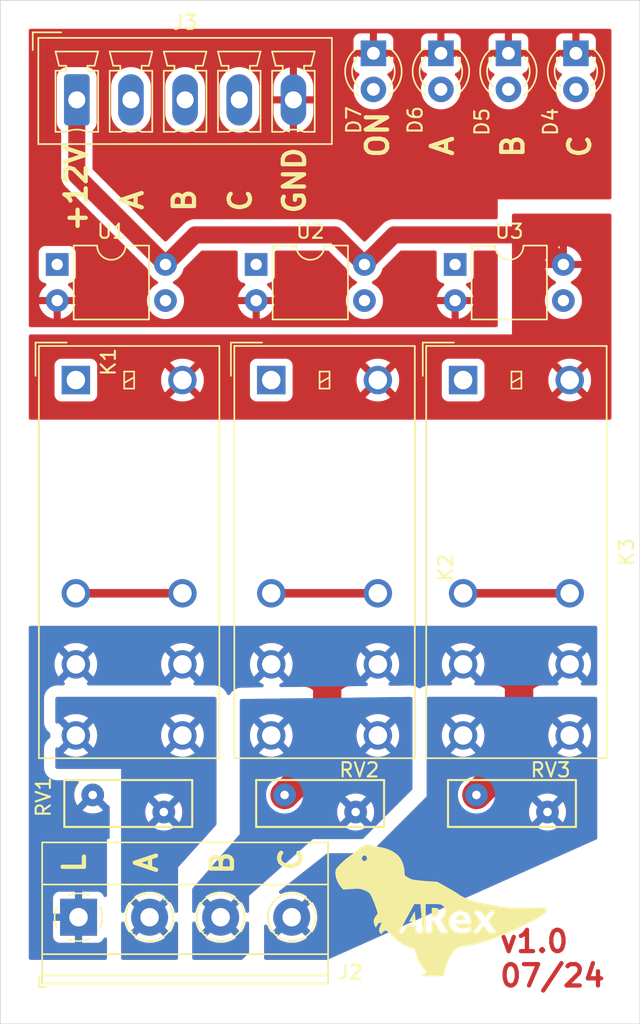
<source format=kicad_pcb>
(kicad_pcb (version 20240108) (generator "pcbnew") (generator_version "8.0")
  (layers (0 "F.Cu" signal) (31 "B.Cu" signal) (34 "B.Paste" user) (35 "F.Paste" user) (36 "B.SilkS" user "B.Silkscreen") (37 "F.SilkS" user "F.Silkscreen") (38 "B.Mask" user) (39 "F.Mask" user) (44 "Edge.Cuts" user))
  (net 0 "")
  (footprint "Varistor:RV_Disc_D9mm_W3.3mm_P5mm" (layer "F.Cu") (at 135.7375 120.7875 180)
    (property "Reference" "RV1" (at 8.47 1.055 90) (layer "F.SilkS"))
    (property "Value" "471K")
    (fp_line (start 7 -1.05) (end 7 2.25) (stroke (width 0.15)) (layer "F.SilkS"))
    (fp_line (start -2 2.25) (end 7 2.25) (stroke (width 0.15)) (layer "F.SilkS"))
    (fp_line (start -2 -1.05) (end 7 -1.05) (stroke (width 0.15)) (layer "F.SilkS"))
    (fp_line (start -2 -1.05) (end -2 2.25) (stroke (width 0.15)) (layer "F.SilkS"))
    (pad "1" thru_hole circle (at 0 0 180) (size 1.6 1.6) (drill 0.6) (layers "*.Cu" "*.Mask"))
    (pad "2" thru_hole circle (at 5 1.2 180) (size 1.6 1.6) (drill 0.6) (layers "*.Cu" "*.Mask"))
  )
  (footprint "LED_THT:LED_D3.0mm" (layer "F.Cu") (at 164.7375 67.4125 -90)
    (property "Reference" "D4" (at 4.822 1.783 90) (layer "F.SilkS"))
    (property "Value" "G")
    (fp_line (start -0.29 1.08) (end -0.29 1.236) (stroke (width 0.12)) (layer "F.SilkS"))
    (fp_line (start -0.29 -1.236) (end -0.29 -1.08) (stroke (width 0.12)) (layer "F.SilkS"))
    (fp_arc (start 2.31113 1.079837) (mid 1.270117 1.5) (end 0.229039 1.08) (stroke (width 0.12)) (layer "F.SilkS"))
    (fp_arc (start 2.942335 1.078608) (mid 1.366487 1.987659) (end -0.29 1.235516) (stroke (width 0.12)) (layer "F.SilkS"))
    (fp_arc (start 0.229039 -1.08) (mid 1.270117 -1.5) (end 2.31113 -1.079837) (stroke (width 0.12)) (layer "F.SilkS"))
    (fp_arc (start -0.29 -1.235516) (mid 1.366487 -1.987659) (end 2.942335 -1.078608) (stroke (width 0.12)) (layer "F.SilkS"))
    (pad "1" thru_hole rect (at 0 0 270) (size 1.8 1.8) (drill 0.9) (layers "*.Cu" "*.Mask"))
    (pad "2" thru_hole circle (at 2.54 0 270) (size 1.8 1.8) (drill 0.9) (layers "*.Cu" "*.Mask"))
  )
  (footprint "LOGO" (layer "F.Cu") (at 155.2375 127.6875)
    (property "Reference" "G***" (hide yes))
    (property "Value" "LOGO" (hide yes))
    (fp_poly (pts (xy 1.451161 0.349639) (xy 1.523087 0.374811) (xy 1.581567 0.420775) (xy 1.63177 0.491979) (xy 1.664873 0.573349) (xy 1.673175 0.631285) (xy 1.673175 0.685397) (xy 1.350251 0.685397) (xy 1.027327 0.685397) (xy 1.04062 0.62996) (xy 1.084876 0.517797) (xy 1.15429 0.430387) (xy 1.242631 0.371027) (xy 1.343665 0.343012)) (fill solid) (layer "F.SilkS"))
    (fp_poly (pts (xy -0.488849 -0.160132) (xy -0.365912 -0.154446) (xy -0.275953 -0.137907) (xy -0.212544 -0.1082) (xy -0.169261 -0.063011) (xy -0.156261 -0.040317) (xy -0.124838 0.065868) (xy -0.132839 0.178227) (xy -0.158844 0.252818) (xy -0.225957 0.354903) (xy -0.320309 0.428316) (xy -0.43941 0.471624) (xy -0.559404 0.483697) (xy -0.645079 0.48381) (xy -0.645079 0.16127) (xy -0.645079 -0.16127)) (fill solid) (layer "F.SilkS"))
    (fp_poly (pts (xy -1.838364 0.107427) (xy -1.832661 0.160291) (xy -1.825207 0.237809) (xy -1.816782 0.332217) (xy -1.815865 0.342884) (xy -1.806372 0.451267) (xy -1.796838 0.555928) (xy -1.788422 0.644369) (xy -1.782682 0.700516) (xy -1.771067 0.806349) (xy -2.006172 0.806349) (xy -2.241277 0.806349) (xy -2.146369 0.62996) (xy -2.076626 0.501065) (xy -2.011322 0.381736) (xy -1.953051 0.276594) (xy -1.904406 0.190258) (xy -1.867981 0.127346) (xy -1.846369 0.09248) (xy -1.841538 0.08698)) (fill solid) (layer "F.SilkS"))
    (fp_poly (pts (xy -4.985563 -4.583171) (xy -4.83661 -4.551226) (xy -4.780795 -4.535802) (xy -4.674837 -4.508445) (xy -4.546083 -4.480004) (xy -4.411779 -4.454075) (xy -4.303438 -4.436299) (xy -4.020688 -4.380481) (xy -3.75386 -4.299139) (xy -3.507505 -4.194413) (xy -3.28617 -4.068446) (xy -3.094405 -3.923378) (xy -2.983005 -3.814684) (xy -2.861314 -3.656973) (xy -2.755503 -3.470295) (xy -2.669472 -3.264176) (xy -2.60712 -3.048145) (xy -2.572349 -2.831731) (xy -2.570216 -2.806205) (xy -2.562849 -2.712883) (xy -2.554805 -2.618865) (xy -2.547985 -2.546138) (xy -2.537373 -2.441404) (xy -2.375317 -2.337449) (xy -2.255311 -2.263586) (xy -2.154594 -2.210322) (xy -2.061106 -2.172905) (xy -1.962787 -2.146583) (xy -1.847577 -2.126605) (xy -1.83601 -2.124962) (xy -1.693152 -2.106904) (xy -1.518291 -2.088009) (xy -1.319706 -2.06902) (xy -1.105681 -2.050674) (xy -0.884497 -2.033713) (xy -0.664436 -2.018876) (xy -0.614841 -2.015841) (xy -0.251984 -1.99409) (xy 0.433201 -1.609226) (xy 0.594347 -1.517883) (xy 0.746518 -1.430042) (xy 0.885326 -1.348347) (xy 1.006382 -1.275442) (xy 1.105298 -1.213968) (xy 1.177684 -1.166571) (xy 1.219153 -1.135893) (xy 1.219392 -1.135684) (xy 1.322673 -1.058661) (xy 1.459997 -0.977349) (xy 1.625657 -0.894199) (xy 1.813947 -0.81166) (xy 2.01916 -0.732184) (xy 2.235588 -0.65822) (xy 2.457525 -0.592219) (xy 2.530374 -0.572767) (xy 2.638561 -0.546774) (xy 2.780196 -0.5159) (xy 2.948868 -0.481329) (xy 3.138164 -0.444244) (xy 3.341674 -0.405827) (xy 3.552987 -0.367261) (xy 3.765691 -0.32973) (xy 3.973374 -0.294415) (xy 4.169627 -0.2625) (xy 4.348036 -0.235168) (xy 4.404683 -0.226959) (xy 4.485344 -0.215582) (xy 4.557614 -0.205895) (xy 4.625498 -0.197748) (xy 4.693001 -0.190992) (xy 4.764129 -0.185479) (xy 4.842887 -0.181059) (xy 4.933281 -0.177583) (xy 5.039317 -0.174902) (xy 5.164999 -0.172866) (xy 5.314333 -0.171328) (xy 5.491324 -0.170136) (xy 5.699979 -0.169144) (xy 5.944302 -0.1682) (xy 5.987143 -0.168043) (xy 6.204975 -0.167231) (xy 6.411976 -0.166427) (xy 6.604423 -0.16565) (xy 6.778588 -0.164914) (xy 6.930747 -0.164237) (xy 7.057173 -0.163635) (xy 7.154142 -0.163125) (xy 7.217926 -0.162723) (xy 7.24404 -0.162465) (xy 7.30781 -0.143375) (xy 7.368682 -0.09645) (xy 7.41573 -0.033364) (xy 7.438028 0.034206) (xy 7.438572 0.0454) (xy 7.433509 0.094031) (xy 7.415777 0.14021) (xy 7.381557 0.187646) (xy 7.327034 0.240047) (xy 7.248389 0.30112) (xy 7.141807 0.374573) (xy 7.015238 0.456626) (xy 6.878883 0.539463) (xy 6.709761 0.635555) (xy 6.512338 0.742691) (xy 6.29108 0.85866) (xy 6.050452 0.981252) (xy 5.794922 1.108255) (xy 5.528954 1.237458) (xy 5.257015 1.36665) (xy 4.983571 1.493621) (xy 4.713087 1.616159) (xy 4.45003 1.732053) (xy 4.364365 1.768998) (xy 3.760889 2.008901) (xy 3.157783 2.210457) (xy 2.549698 2.375229) (xy 1.931288 2.504781) (xy 1.72962 2.53917) (xy 1.570902 2.565507) (xy 1.445904 2.588368) (xy 1.34837 2.609505) (xy 1.272045 2.630671) (xy 1.210671 2.653618) (xy 1.157993 2.680099) (xy 1.107754 2.711867) (xy 1.104056 2.71441) (xy 1.000329 2.802872) (xy 0.892826 2.924895) (xy 0.784705 3.074321) (xy 0.679123 3.244994) (xy 0.579236 3.430757) (xy 0.488201 3.625455) (xy 0.409175 3.822929) (xy 0.345315 4.017024) (xy 0.299777 4.201583) (xy 0.280686 4.320182) (xy 0.267633 4.428215) (xy 0.256898 4.503326) (xy 0.245699 4.552586) (xy 0.231253 4.583068) (xy 0.210776 4.601842) (xy 0.181485 4.615979) (xy 0.161046 4.624166) (xy 0.133907 4.633044) (xy 0.09863 4.640188) (xy 0.050915 4.645775) (xy -0.013541 4.649984) (xy -0.099038 4.652995) (xy -0.209879 4.654985) (xy -0.350365 4.656133) (xy -0.524798 4.656617) (xy -0.621968 4.656667) (xy -0.786344 4.656294) (xy -0.937805 4.655234) (xy -1.071661 4.653574) (xy -1.18322 4.651404) (xy -1.26779 4.648811) (xy -1.32068 4.645884) (xy -1.337195 4.643228) (xy -1.348111 4.624925) (xy -1.340975 4.603857) (xy -1.311295 4.575456) (xy -1.254575 4.535153) (xy -1.189365 4.492956) (xy -1.119591 4.446671) (xy -1.065017 4.406688) (xy -1.033181 4.378732) (xy -1.028095 4.370513) (xy -1.040385 4.348061) (xy -1.073838 4.301814) (xy -1.123326 4.238543) (xy -1.182984 4.165903) (xy -1.343313 3.963262) (xy -1.47576 3.768004) (xy -1.585255 3.570319) (xy -1.676727 3.360396) (xy -1.755103 3.128427) (xy -1.814559 2.908814) (xy -1.845515 2.821462) (xy -1.893406 2.756772) (xy -1.965499 2.708366) (xy -2.069064 2.669868) (xy -2.095342 2.662486) (xy -2.279301 2.606205) (xy -2.452484 2.538297) (xy -2.619869 2.455545) (xy -2.786432 2.354732) (xy -2.957152 2.232642) (xy -3.137005 2.086058) (xy -3.330969 1.911764) (xy -3.485342 1.764199) (xy -3.593354 1.659024) (xy -3.67674 1.578901) (xy -3.704221 1.553423) (xy -2.940122 1.553423) (xy -2.925365 1.564476) (xy -2.873269 1.569287) (xy -2.801504 1.568265) (xy -2.655858 1.562302) (xy -2.522334 1.315776) (xy -2.388809 1.069249) (xy -2.073914 1.068831) (xy -1.759019 1.068413) (xy -1.745883 1.214564) (xy -1.737225 1.306847) (xy -1.727835 1.400798) (xy -1.720796 1.466548) (xy -1.708846 1.572381) (xy -1.494102 1.572381) (xy -1.279358 1.572381) (xy -1.360687 0.579564) (xy -1.3611 0.574524) (xy -1.068412 0.574524) (xy -1.068412 1.572381) (xy -0.856746 1.572381) (xy -0.645079 1.572381) (xy -0.645079 1.159127) (xy -0.645079 0.745873) (xy -0.568295 0.745873) (xy -0.491511 0.745873) (xy -0.250795 1.158772) (xy -0.010079 1.57167) (xy 0.227304 1.572026) (xy 0.464687 1.572381) (xy 0.435539 1.516945) (xy 0.417208 1.483868) (xy 0.381902 1.421729) (xy 0.332939 1.336304) (xy 0.273633 1.23337) (xy 0.207302 1.118706) (xy 0.17228 1.058333) (xy 0.097012 0.927986) (xy 0.040507 0.827994) (xy 0.00597 0.763817) (xy 0.596321 0.763817) (xy 0.596657 0.925266) (xy 0.604215 0.974151) (xy 0.654816 1.143761) (xy 0.735449 1.286707) (xy 0.846391 1.40326) (xy 0.987923 1.493691) (xy 1.160323 1.558273) (xy 1.219604 1.572982) (xy 1.290922 1.581788) (xy 1.391055 1.584872) (xy 1.508979 1.582718) (xy 1.633673 1.575813) (xy 1.754113 1.564644) (xy 1.859279 1.549697) (xy 1.865393 1.548507) (xy 2.310471 1.548507) (xy 2.314081 1.560836) (xy 2.3464 1.568393) (xy 2.411949 1.571883) (xy 2.463215 1.572325) (xy 2.630715 1.572268) (xy 2.812143 1.321401) (xy 2.875498 1.23476) (xy 2.930809 1.160933) (xy 2.973734 1.105571) (xy 2.999935 1.074328) (xy 3.005603 1.069474) (xy 3.020802 1.084679) (xy 3.054791 1.127308) (xy 3.103287 1.191724) (xy 3.162005 1.272291) (xy 3.196361 1.320397) (xy 3.375087 1.572381) (xy 3.624155 1.572381) (xy 3.873222 1.572381) (xy 3.82687 1.506865) (xy 3.800808 1.470362) (xy 3.755631 1.407437) (xy 3.695842 1.324347) (xy 3.625943 1.227349) (xy 3.550435 1.122697) (xy 3.542964 1.112349) (xy 3.46716 1.005303) (xy 3.403981 0.911985) (xy 3.356316 0.836952) (xy 3.327053 0.784762) (xy 3.319083 0.759971) (xy 3.319273 0.759571) (xy 3.334189 0.73853) (xy 3.368953 0.691374) (xy 3.41905 0.624109) (xy 3.479965 0.542744) (xy 3.547181 0.453287) (xy 3.616185 0.361744) (xy 3.682459 0.274125) (xy 3.741489 0.196437) (xy 3.78876 0.134686) (xy 3.795467 0.125992) (xy 3.796676 0.113495) (xy 3.77329 0.105719) (xy 3.719913 0.101783) (xy 3.641432 0.100794) (xy 3.467928 0.100794) (xy 3.311385 0.311603) (xy 3.251858 0.390321) (xy 3.200289 0.455815) (xy 3.161639 0.50198) (xy 3.140865 0.522711) (xy 3.139431 0.52327) (xy 3.122439 0.508222) (xy 3.086911 0.466452) (xy 3.037758 0.40404) (xy 2.979889 0.327063) (xy 2.969168 0.31246) (xy 2.814314 0.100794) (xy 2.565095 0.100794) (xy 2.457942 0.101671) (xy 2.38624 0.104651) (xy 2.345152 0.110253) (xy 2.329843 0.118999) (xy 2.331032 0.125992) (xy 2.348101 0.150862) (xy 2.384251 0.201352) (xy 2.434577 0.270676) (xy 2.494174 0.35205) (xy 2.509546 0.372937) (xy 2.578803 0.466951) (xy 2.648018 0.560911) (xy 2.709346 0.644169) (xy 2.754945 0.706077) (xy 2.756442 0.708111) (xy 2.839982 0.821539) (xy 2.582605 1.173086) (xy 2.506028 1.277846) (xy 2.43714 1.372403) (xy 2.379646 1.451646) (xy 2.337252 1.510462) (xy 2.313661 1.54374) (xy 2.310471 1.548507) (xy 1.865393 1.548507) (xy 1.89212 1.543305) (xy 1.966124 1.526544) (xy 2.024742 1.511589) (xy 2.056709 1.501343) (xy 2.058429 1.500442) (xy 2.067149 1.476263) (xy 2.073524 1.422768) (xy 2.076315 1.350942) (xy 2.07635 1.341671) (xy 2.07635 1.193975) (xy 1.930199 1.23285) (xy 1.742261 1.271703) (xy 1.568224 1.285635) (xy 1.4127 1.274997) (xy 1.280304 1.240139) (xy 1.17565 1.18141) (xy 1.167806 1.175014) (xy 1.117933 1.120897) (xy 1.076102 1.054611) (xy 1.051382 0.991844) (xy 1.048254 0.968267) (xy 1.068337 0.960953) (xy 1.128338 0.955202) (xy 1.227889 0.951028) (xy 1.36662 0.948445) (xy 1.544164 0.947469) (xy 1.564706 0.94746) (xy 2.081159 0.94746) (xy 2.072577 0.760992) (xy 2.048798 0.578634) (xy 1.996023 0.42332) (xy 1.915098 0.295989) (xy 1.806868 0.19758) (xy 1.672181 0.12903) (xy 1.51188 0.091279) (xy 1.464881 0.086531) (xy 1.30823 0.08847) (xy 1.15273 0.115454) (xy 1.007702 0.164352) (xy 0.882469 0.232032) (xy 0.787413 0.314149) (xy 0.694535 0.448041) (xy 0.629892 0.601336) (xy 0.596321 0.763817) (xy 0.00597 0.763817) (xy 0.000768 0.75415) (xy -0.024204 0.702249) (xy -0.036405 0.668083) (xy -0.037835 0.647446) (xy -0.030491 0.636133) (xy -0.028789 0.635) (xy 0.098255 0.539301) (xy 0.197196 0.427465) (xy 0.267187 0.30466) (xy 0.307382 0.176052) (xy 0.316936 0.046809) (xy 0.295001 -0.077902) (xy 0.240731 -0.192914) (xy 0.153281 -0.293061) (xy 0.126744 -0.314706) (xy 0.079317 -0.346914) (xy 0.027643 -0.37223) (xy -0.033635 -0.391438) (xy -0.109876 -0.40532) (xy -0.206436 -0.414661) (xy -0.328673 -0.420245) (xy -0.481946 -0.422855) (xy -0.615833 -0.423333) (xy -1.068412 -0.423333) (xy -1.068412 0.574524) (xy -1.3611 0.574524) (xy -1.442016 -0.413254) (xy -1.653349 -0.418596) (xy -1.864682 -0.423939) (xy -2.398889 0.55434) (xy -2.498806 0.737457) (xy -2.592893 0.910158) (xy -2.679375 1.069168) (xy -2.756478 1.211213) (xy -2.822429 1.33302) (xy -2.875452 1.431312) (xy -2.913776 1.502816) (xy -2.935625 1.544258) (xy -2.940122 1.553423) (xy -3.704221 1.553423) (xy -3.739617 1.520606) (xy -3.7861 1.480915) (xy -3.820304 1.456604) (xy -3.846345 1.444451) (xy -3.868338 1.441231) (xy -3.890399 1.443722) (xy -3.893711 1.44434) (xy -3.994526 1.475452) (xy -4.069422 1.529322) (xy -4.123591 1.602731) (xy -4.155967 1.653855) (xy -4.181413 1.686709) (xy -4.190446 1.693333) (xy -4.231605 1.675839) (xy -4.276073 1.630127) (xy -4.314792 1.566352) (xy -4.324967 1.542541) (xy -4.34785 1.453802) (xy -4.348235 1.359369) (xy -4.325019 1.251681) (xy -4.277101 1.123176) (xy -4.257314 1.078492) (xy -4.174614 0.897064) (xy -4.243239 0.89087) (xy -4.308315 0.895326) (xy -4.367012 0.924321) (xy -4.424959 0.982299) (xy -4.487789 1.073708) (xy -4.499582 1.093265) (xy -4.58284 1.233409) (xy -4.630227 1.155951) (xy -4.693868 1.020932) (xy -4.727357 0.87844) (xy -4.729793 0.737783) (xy -4.700273 0.608268) (xy -4.686426 0.575828) (xy -4.654267 0.519648) (xy -4.606184 0.448211) (xy -4.552509 0.376857) (xy -4.551803 0.375977) (xy -4.505229 0.313747) (xy -4.470939 0.259935) (xy -4.455395 0.224842) (xy -4.455079 0.221717) (xy -4.461311 0.193287) (xy -4.478742 0.132818) (xy -4.505472 0.0464) (xy -4.539602 -0.059873) (xy -4.579231 -0.179911) (xy -4.594605 -0.225698) (xy -4.660501 -0.411906) (xy -4.729879 -0.591398) (xy -4.800294 -0.758861) (xy -4.869301 -0.908983) (xy -4.934457 -1.036453) (xy -4.993317 -1.135959) (xy -5.043435 -1.20219) (xy -5.044532 -1.20335) (xy -5.093171 -1.242009) (xy -5.171591 -1.289685) (xy -5.271665 -1.341668) (xy -5.331742 -1.369823) (xy -5.457887 -1.423185) (xy -5.570742 -1.461165) (xy -5.680733 -1.485378) (xy -5.798292 -1.497438) (xy -5.933845 -1.498959) (xy -6.097822 -1.491556) (xy -6.112225 -1.490643) (xy -6.243665 -1.482343) (xy -6.390643 -1.473322) (xy -6.5331 -1.464799) (xy -6.628193 -1.459281) (xy -6.876147 -1.445176) (xy -6.99105 -1.564227) (xy -7.098248 -1.694462) (xy -7.199965 -1.854447) (xy -7.290207 -2.033621) (xy -7.361674 -2.21746) (xy -7.394733 -2.325351) (xy -7.414466 -2.415586) (xy -7.42412 -2.507261) (xy -7.426828 -2.600476) (xy -7.425278 -2.696208) (xy -7.416387 -2.776174) (xy -7.396551 -2.847301) (xy -7.362164 -2.916516) (xy -7.309623 -2.990746) (xy -7.235324 -3.076917) (xy -7.135663 -3.181958) (xy -7.11129 -3.206944) (xy -6.878593 -3.433234) (xy -6.648451 -3.632222) (xy -6.624415 -3.650448) (xy -5.555465 -3.650448) (xy -5.549161 -3.581447) (xy -5.517157 -3.519588) (xy -5.465272 -3.477374) (xy -5.387941 -3.450626) (xy -5.319421 -3.462124) (xy -5.259878 -3.506068) (xy -5.215574 -3.575107) (xy -5.202828 -3.653435) (xy -5.219683 -3.73007) (xy -5.264186 -3.79403) (xy -5.317247 -3.828229) (xy -5.389833 -3.841098) (xy -5.453254 -3.821916) (xy -5.504205 -3.778521) (xy -5.539378 -3.718752) (xy -5.555465 -3.650448) (xy -6.624415 -3.650448) (xy -6.408596 -3.814102) (xy -6.249206 -3.923021) (xy -6.068463 -4.05108) (xy -5.911459 -4.180699) (xy -5.835952 -4.252668) (xy -5.736014 -4.349985) (xy -5.65046 -4.421916) (xy -5.569102 -4.475043) (xy -5.481756 -4.515946) (xy -5.378235 -4.551206) (xy -5.370128 -4.553631) (xy -5.240497 -4.584015) (xy -5.11625 -4.593981)) (fill solid) (layer "F.SilkS"))
  )
  (footprint "Connector_Phoenix_MC:PhoenixContact_MCV_1,5_5-G-3.81_1x05_P3.81mm_Vertical" (layer "F.Cu") (at 129.6175 70.6875)
    (property "Reference" "J3" (at 7.62 -5.45 0) (layer "F.SilkS"))
    (property "Value" "Conn_01x05_Socket")
    (fp_line (start -3.1 -4.75) (end -1.1 -4.75) (stroke (width 0.12)) (layer "F.SilkS"))
    (fp_line (start -3.1 -3.5) (end -3.1 -4.75) (stroke (width 0.12)) (layer "F.SilkS"))
    (fp_line (start -2.71 -4.36) (end -2.71 3.11) (stroke (width 0.12)) (layer "F.SilkS"))
    (fp_line (start -2.71 3.11) (end 17.95 3.11) (stroke (width 0.12)) (layer "F.SilkS"))
    (fp_line (start -1.5 -3.4) (end 1.5 -3.4) (stroke (width 0.12)) (layer "F.SilkS"))
    (fp_line (start -1.5 -2.05) (end -0.75 -2.05) (stroke (width 0.12)) (layer "F.SilkS"))
    (fp_line (start -1.5 2.25) (end -1.5 -2.05) (stroke (width 0.12)) (layer "F.SilkS"))
    (fp_line (start -1.25 -2.4) (end -1.5 -3.4) (stroke (width 0.12)) (layer "F.SilkS"))
    (fp_line (start -0.75 -2.4) (end -1.25 -2.4) (stroke (width 0.12)) (layer "F.SilkS"))
    (fp_line (start -0.75 -2.05) (end -0.75 -2.4) (stroke (width 0.12)) (layer "F.SilkS"))
    (fp_line (start -0.75 2.25) (end -1.5 2.25) (stroke (width 0.12)) (layer "F.SilkS"))
    (fp_line (start 0.75 -2.4) (end 0.75 -2.05) (stroke (width 0.12)) (layer "F.SilkS"))
    (fp_line (start 0.75 -2.05) (end 1.5 -2.05) (stroke (width 0.12)) (layer "F.SilkS"))
    (fp_line (start 1.25 -2.4) (end 0.75 -2.4) (stroke (width 0.12)) (layer "F.SilkS"))
    (fp_line (start 1.5 -3.4) (end 1.25 -2.4) (stroke (width 0.12)) (layer "F.SilkS"))
    (fp_line (start 1.5 -2.05) (end 1.5 2.25) (stroke (width 0.12)) (layer "F.SilkS"))
    (fp_line (start 1.5 2.25) (end 0.75 2.25) (stroke (width 0.12)) (layer "F.SilkS"))
    (fp_line (start 2.31 -3.4) (end 5.31 -3.4) (stroke (width 0.12)) (layer "F.SilkS"))
    (fp_line (start 2.31 -2.05) (end 3.06 -2.05) (stroke (width 0.12)) (layer "F.SilkS"))
    (fp_line (start 2.31 2.25) (end 2.31 -2.05) (stroke (width 0.12)) (layer "F.SilkS"))
    (fp_line (start 2.56 -2.4) (end 2.31 -3.4) (stroke (width 0.12)) (layer "F.SilkS"))
    (fp_line (start 3.06 -2.4) (end 2.56 -2.4) (stroke (width 0.12)) (layer "F.SilkS"))
    (fp_line (start 3.06 -2.05) (end 3.06 -2.4) (stroke (width 0.12)) (layer "F.SilkS"))
    (fp_line (start 3.06 2.25) (end 2.31 2.25) (stroke (width 0.12)) (layer "F.SilkS"))
    (fp_line (start 4.56 -2.4) (end 4.56 -2.05) (stroke (width 0.12)) (layer "F.SilkS"))
    (fp_line (start 4.56 -2.05) (end 5.31 -2.05) (stroke (width 0.12)) (layer "F.SilkS"))
    (fp_line (start 5.06 -2.4) (end 4.56 -2.4) (stroke (width 0.12)) (layer "F.SilkS"))
    (fp_line (start 5.31 -3.4) (end 5.06 -2.4) (stroke (width 0.12)) (layer "F.SilkS"))
    (fp_line (start 5.31 -2.05) (end 5.31 2.25) (stroke (width 0.12)) (layer "F.SilkS"))
    (fp_line (start 5.31 2.25) (end 4.56 2.25) (stroke (width 0.12)) (layer "F.SilkS"))
    (fp_line (start 6.12 -3.4) (end 9.12 -3.4) (stroke (width 0.12)) (layer "F.SilkS"))
    (fp_line (start 6.12 -2.05) (end 6.87 -2.05) (stroke (width 0.12)) (layer "F.SilkS"))
    (fp_line (start 6.12 2.25) (end 6.12 -2.05) (stroke (width 0.12)) (layer "F.SilkS"))
    (fp_line (start 6.37 -2.4) (end 6.12 -3.4) (stroke (width 0.12)) (layer "F.SilkS"))
    (fp_line (start 6.87 -2.4) (end 6.37 -2.4) (stroke (width 0.12)) (layer "F.SilkS"))
    (fp_line (start 6.87 -2.05) (end 6.87 -2.4) (stroke (width 0.12)) (layer "F.SilkS"))
    (fp_line (start 6.87 2.25) (end 6.12 2.25) (stroke (width 0.12)) (layer "F.SilkS"))
    (fp_line (start 8.37 -2.4) (end 8.37 -2.05) (stroke (width 0.12)) (layer "F.SilkS"))
    (fp_line (start 8.37 -2.05) (end 9.12 -2.05) (stroke (width 0.12)) (layer "F.SilkS"))
    (fp_line (start 8.87 -2.4) (end 8.37 -2.4) (stroke (width 0.12)) (layer "F.SilkS"))
    (fp_line (start 9.12 -3.4) (end 8.87 -2.4) (stroke (width 0.12)) (layer "F.SilkS"))
    (fp_line (start 9.12 -2.05) (end 9.12 2.25) (stroke (width 0.12)) (layer "F.SilkS"))
    (fp_line (start 9.12 2.25) (end 8.37 2.25) (stroke (width 0.12)) (layer "F.SilkS"))
    (fp_line (start 9.93 -3.4) (end 12.93 -3.4) (stroke (width 0.12)) (layer "F.SilkS"))
    (fp_line (start 9.93 -2.05) (end 10.68 -2.05) (stroke (width 0.12)) (layer "F.SilkS"))
    (fp_line (start 9.93 2.25) (end 9.93 -2.05) (stroke (width 0.12)) (layer "F.SilkS"))
    (fp_line (start 10.18 -2.4) (end 9.93 -3.4) (stroke (width 0.12)) (layer "F.SilkS"))
    (fp_line (start 10.68 -2.4) (end 10.18 -2.4) (stroke (width 0.12)) (layer "F.SilkS"))
    (fp_line (start 10.68 -2.05) (end 10.68 -2.4) (stroke (width 0.12)) (layer "F.SilkS"))
    (fp_line (start 10.68 2.25) (end 9.93 2.25) (stroke (width 0.12)) (layer "F.SilkS"))
    (fp_line (start 12.18 -2.4) (end 12.18 -2.05) (stroke (width 0.12)) (layer "F.SilkS"))
    (fp_line (start 12.18 -2.05) (end 12.93 -2.05) (stroke (width 0.12)) (layer "F.SilkS"))
    (fp_line (start 12.68 -2.4) (end 12.18 -2.4) (stroke (width 0.12)) (layer "F.SilkS"))
    (fp_line (start 12.93 -3.4) (end 12.68 -2.4) (stroke (width 0.12)) (layer "F.SilkS"))
    (fp_line (start 12.93 -2.05) (end 12.93 2.25) (stroke (width 0.12)) (layer "F.SilkS"))
    (fp_line (start 12.93 2.25) (end 12.18 2.25) (stroke (width 0.12)) (layer "F.SilkS"))
    (fp_line (start 13.74 -3.4) (end 16.74 -3.4) (stroke (width 0.12)) (layer "F.SilkS"))
    (fp_line (start 13.74 -2.05) (end 14.49 -2.05) (stroke (width 0.12)) (layer "F.SilkS"))
    (fp_line (start 13.74 2.25) (end 13.74 -2.05) (stroke (width 0.12)) (layer "F.SilkS"))
    (fp_line (start 13.99 -2.4) (end 13.74 -3.4) (stroke (width 0.12)) (layer "F.SilkS"))
    (fp_line (start 14.49 -2.4) (end 13.99 -2.4) (stroke (width 0.12)) (layer "F.SilkS"))
    (fp_line (start 14.49 -2.05) (end 14.49 -2.4) (stroke (width 0.12)) (layer "F.SilkS"))
    (fp_line (start 14.49 2.25) (end 13.74 2.25) (stroke (width 0.12)) (layer "F.SilkS"))
    (fp_line (start 15.99 -2.4) (end 15.99 -2.05) (stroke (width 0.12)) (layer "F.SilkS"))
    (fp_line (start 15.99 -2.05) (end 16.74 -2.05) (stroke (width 0.12)) (layer "F.SilkS"))
    (fp_line (start 16.49 -2.4) (end 15.99 -2.4) (stroke (width 0.12)) (layer "F.SilkS"))
    (fp_line (start 16.74 -3.4) (end 16.49 -2.4) (stroke (width 0.12)) (layer "F.SilkS"))
    (fp_line (start 16.74 -2.05) (end 16.74 2.25) (stroke (width 0.12)) (layer "F.SilkS"))
    (fp_line (start 16.74 2.25) (end 15.99 2.25) (stroke (width 0.12)) (layer "F.SilkS"))
    (fp_line (start 17.95 -4.36) (end -2.71 -4.36) (stroke (width 0.12)) (layer "F.SilkS"))
    (fp_line (start 17.95 3.11) (end 17.95 -4.36) (stroke (width 0.12)) (layer "F.SilkS"))
    (fp_arc (start -0.75 2.25) (mid -0.000193 2.09191) (end 0.749647 2.249844) (stroke (width 0.12)) (layer "F.SilkS"))
    (fp_arc (start 3.06 2.25) (mid 3.809807 2.09191) (end 4.559647 2.249844) (stroke (width 0.12)) (layer "F.SilkS"))
    (fp_arc (start 6.87 2.25) (mid 7.619807 2.09191) (end 8.369647 2.249844) (stroke (width 0.12)) (layer "F.SilkS"))
    (fp_arc (start 10.68 2.25) (mid 11.429807 2.09191) (end 12.179647 2.249844) (stroke (width 0.12)) (layer "F.SilkS"))
    (fp_arc (start 14.49 2.25) (mid 15.239807 2.09191) (end 15.989647 2.249844) (stroke (width 0.12)) (layer "F.SilkS"))
    (pad "1" thru_hole roundrect (at 0 0) (size 1.8 3.6) (drill 1.2) (layers "*.Cu" "*.Mask") (roundrect_rratio 0.138889))
    (pad "2" thru_hole oval (at 3.81 0) (size 1.8 3.6) (drill 1.2) (layers "*.Cu" "*.Mask"))
    (pad "3" thru_hole oval (at 7.62 0) (size 1.8 3.6) (drill 1.2) (layers "*.Cu" "*.Mask"))
    (pad "4" thru_hole oval (at 11.43 0) (size 1.8 3.6) (drill 1.2) (layers "*.Cu" "*.Mask"))
    (pad "5" thru_hole oval (at 15.24 0) (size 1.8 3.6) (drill 1.2) (layers "*.Cu" "*.Mask"))
  )
  (footprint "LED_THT:LED_D3.0mm" (layer "F.Cu") (at 155.2375 67.4125 -90)
    (property "Reference" "D6" (at 4.695 1.808 90) (layer "F.SilkS"))
    (property "Value" "G")
    (fp_line (start -0.29 1.08) (end -0.29 1.236) (stroke (width 0.12)) (layer "F.SilkS"))
    (fp_line (start -0.29 -1.236) (end -0.29 -1.08) (stroke (width 0.12)) (layer "F.SilkS"))
    (fp_arc (start 2.31113 1.079837) (mid 1.270117 1.5) (end 0.229039 1.08) (stroke (width 0.12)) (layer "F.SilkS"))
    (fp_arc (start 2.942335 1.078608) (mid 1.366487 1.987659) (end -0.29 1.235516) (stroke (width 0.12)) (layer "F.SilkS"))
    (fp_arc (start 0.229039 -1.08) (mid 1.270117 -1.5) (end 2.31113 -1.079837) (stroke (width 0.12)) (layer "F.SilkS"))
    (fp_arc (start -0.29 -1.235516) (mid 1.366487 -1.987659) (end 2.942335 -1.078608) (stroke (width 0.12)) (layer "F.SilkS"))
    (pad "1" thru_hole rect (at 0 0 270) (size 1.8 1.8) (drill 0.9) (layers "*.Cu" "*.Mask"))
    (pad "2" thru_hole circle (at 2.54 0 270) (size 1.8 1.8) (drill 0.9) (layers "*.Cu" "*.Mask"))
  )
  (footprint "Package_DIP:DIP-4_W7.62mm" (layer "F.Cu") (at 142.2375 82.2675)
    (property "Reference" "U2" (at 3.81 -2.33 0) (layer "F.SilkS"))
    (property "Value" "PC817")
    (fp_line (start 1.16 -1.33) (end 1.16 3.87) (stroke (width 0.12)) (layer "F.SilkS"))
    (fp_line (start 1.16 3.87) (end 6.46 3.87) (stroke (width 0.12)) (layer "F.SilkS"))
    (fp_line (start 2.81 -1.33) (end 1.16 -1.33) (stroke (width 0.12)) (layer "F.SilkS"))
    (fp_line (start 6.46 -1.33) (end 4.81 -1.33) (stroke (width 0.12)) (layer "F.SilkS"))
    (fp_line (start 6.46 3.87) (end 6.46 -1.33) (stroke (width 0.12)) (layer "F.SilkS"))
    (fp_arc (start 4.81 -1.33) (mid 3.81 -0.33) (end 2.81 -1.33) (stroke (width 0.12)) (layer "F.SilkS"))
    (pad "1" thru_hole rect (at 0 0) (size 1.6 1.6) (drill 0.8) (layers "*.Cu" "*.Mask"))
    (pad "2" thru_hole oval (at 0 2.54) (size 1.6 1.6) (drill 0.8) (layers "*.Cu" "*.Mask"))
    (pad "3" thru_hole oval (at 7.62 2.54) (size 1.6 1.6) (drill 0.8) (layers "*.Cu" "*.Mask"))
    (pad "4" thru_hole oval (at 7.62 0) (size 1.6 1.6) (drill 0.8) (layers "*.Cu" "*.Mask"))
  )
  (footprint "Varistor:RV_Disc_D9mm_W3.3mm_P5mm" (layer "F.Cu") (at 149.2375 120.7875 180)
    (property "Reference" "RV2" (at -0.255 2.96 0) (layer "F.SilkS"))
    (property "Value" "471K")
    (fp_line (start 7 -1.05) (end 7 2.25) (stroke (width 0.15)) (layer "F.SilkS"))
    (fp_line (start -2 2.25) (end 7 2.25) (stroke (width 0.15)) (layer "F.SilkS"))
    (fp_line (start -2 -1.05) (end 7 -1.05) (stroke (width 0.15)) (layer "F.SilkS"))
    (fp_line (start -2 -1.05) (end -2 2.25) (stroke (width 0.15)) (layer "F.SilkS"))
    (pad "1" thru_hole circle (at 0 0 180) (size 1.6 1.6) (drill 0.6) (layers "*.Cu" "*.Mask"))
    (pad "2" thru_hole circle (at 5 1.2 180) (size 1.6 1.6) (drill 0.6) (layers "*.Cu" "*.Mask"))
  )
  (footprint "LED_THT:LED_D3.0mm" (layer "F.Cu") (at 150.4875 67.4125 -90)
    (property "Reference" "D7" (at 4.695 1.376 90) (layer "F.SilkS"))
    (property "Value" "R")
    (fp_line (start -0.29 1.08) (end -0.29 1.236) (stroke (width 0.12)) (layer "F.SilkS"))
    (fp_line (start -0.29 -1.236) (end -0.29 -1.08) (stroke (width 0.12)) (layer "F.SilkS"))
    (fp_arc (start 2.31113 1.079837) (mid 1.270117 1.5) (end 0.229039 1.08) (stroke (width 0.12)) (layer "F.SilkS"))
    (fp_arc (start 2.942335 1.078608) (mid 1.366487 1.987659) (end -0.29 1.235516) (stroke (width 0.12)) (layer "F.SilkS"))
    (fp_arc (start 0.229039 -1.08) (mid 1.270117 -1.5) (end 2.31113 -1.079837) (stroke (width 0.12)) (layer "F.SilkS"))
    (fp_arc (start -0.29 -1.235516) (mid 1.366487 -1.987659) (end 2.942335 -1.078608) (stroke (width 0.12)) (layer "F.SilkS"))
    (pad "1" thru_hole rect (at 0 0 270) (size 1.8 1.8) (drill 0.9) (layers "*.Cu" "*.Mask"))
    (pad "2" thru_hole circle (at 2.54 0 270) (size 1.8 1.8) (drill 0.9) (layers "*.Cu" "*.Mask"))
  )
  (footprint "Package_DIP:DIP-4_W7.62mm" (layer "F.Cu") (at 128.2375 82.2675)
    (property "Reference" "U1" (at 3.81 -2.33 0) (layer "F.SilkS"))
    (property "Value" "PC817")
    (fp_line (start 1.16 -1.33) (end 1.16 3.87) (stroke (width 0.12)) (layer "F.SilkS"))
    (fp_line (start 1.16 3.87) (end 6.46 3.87) (stroke (width 0.12)) (layer "F.SilkS"))
    (fp_line (start 2.81 -1.33) (end 1.16 -1.33) (stroke (width 0.12)) (layer "F.SilkS"))
    (fp_line (start 6.46 -1.33) (end 4.81 -1.33) (stroke (width 0.12)) (layer "F.SilkS"))
    (fp_line (start 6.46 3.87) (end 6.46 -1.33) (stroke (width 0.12)) (layer "F.SilkS"))
    (fp_arc (start 4.81 -1.33) (mid 3.81 -0.33) (end 2.81 -1.33) (stroke (width 0.12)) (layer "F.SilkS"))
    (pad "1" thru_hole rect (at 0 0) (size 1.6 1.6) (drill 0.8) (layers "*.Cu" "*.Mask"))
    (pad "2" thru_hole oval (at 0 2.54) (size 1.6 1.6) (drill 0.8) (layers "*.Cu" "*.Mask"))
    (pad "3" thru_hole oval (at 7.62 2.54) (size 1.6 1.6) (drill 0.8) (layers "*.Cu" "*.Mask"))
    (pad "4" thru_hole oval (at 7.62 0) (size 1.6 1.6) (drill 0.8) (layers "*.Cu" "*.Mask"))
  )
  (footprint "Relay_THT:Relay_SPDT_Omron_G2RL-1-E" (layer "F.Cu") (at 156.8 90.4)
    (property "Reference" "K3" (at 11.5 12.1 90) (layer "F.SilkS"))
    (property "Value" "Relay_SPDT")
    (fp_line (start -2.84 -2.64) (end -0.65 -2.64) (stroke (width 0.12)) (layer "F.SilkS"))
    (fp_line (start -2.84 -0.3) (end -2.84 -2.64) (stroke (width 0.12)) (layer "F.SilkS"))
    (fp_line (start -2.6 -2.4) (end -2.6 26.6) (stroke (width 0.12)) (layer "F.SilkS"))
    (fp_line (start -2.6 26.6) (end 10.1 26.6) (stroke (width 0.12)) (layer "F.SilkS"))
    (fp_line (start 3.4 -0.6) (end 3.4 0.6) (stroke (width 0.12)) (layer "F.SilkS"))
    (fp_line (start 3.4 0.2) (end 4.1 -0.2) (stroke (width 0.12)) (layer "F.SilkS"))
    (fp_line (start 3.4 0.6) (end 4.1 0.6) (stroke (width 0.12)) (layer "F.SilkS"))
    (fp_line (start 4.1 -0.6) (end 3.4 -0.6) (stroke (width 0.12)) (layer "F.SilkS"))
    (fp_line (start 4.1 0.6) (end 4.1 -0.6) (stroke (width 0.12)) (layer "F.SilkS"))
    (fp_line (start 10.1 -2.4) (end -2.6 -2.4) (stroke (width 0.12)) (layer "F.SilkS"))
    (fp_line (start 10.1 26.6) (end 10.1 -2.4) (stroke (width 0.12)) (layer "F.SilkS"))
    (pad "11" thru_hole circle (at 0 20) (size 2 2) (drill 1.3) (layers "*.Cu" "*.Mask"))
    (pad "11" thru_hole circle (at 7.5 20) (size 2 2) (drill 1.3) (layers "*.Cu" "*.Mask"))
    (pad "12" thru_hole circle (at 0 15) (size 2 2) (drill 1.3) (layers "*.Cu" "*.Mask"))
    (pad "12" thru_hole circle (at 7.5 15) (size 2 2) (drill 1.3) (layers "*.Cu" "*.Mask"))
    (pad "14" thru_hole circle (at 0 25) (size 2 2) (drill 1.3) (layers "*.Cu" "*.Mask"))
    (pad "14" thru_hole circle (at 7.5 25) (size 2 2) (drill 1.3) (layers "*.Cu" "*.Mask"))
    (pad "A1" thru_hole rect (at 0 0) (size 2 2) (drill 1.3) (layers "*.Cu" "*.Mask"))
    (pad "A2" thru_hole circle (at 7.5 0) (size 2 2) (drill 1.3) (layers "*.Cu" "*.Mask"))
  )
  (footprint "Package_DIP:DIP-4_W7.62mm" (layer "F.Cu") (at 156.2375 82.2675)
    (property "Reference" "U3" (at 3.81 -2.33 0) (layer "F.SilkS"))
    (property "Value" "PC817")
    (fp_line (start 1.16 -1.33) (end 1.16 3.87) (stroke (width 0.12)) (layer "F.SilkS"))
    (fp_line (start 1.16 3.87) (end 6.46 3.87) (stroke (width 0.12)) (layer "F.SilkS"))
    (fp_line (start 2.81 -1.33) (end 1.16 -1.33) (stroke (width 0.12)) (layer "F.SilkS"))
    (fp_line (start 6.46 -1.33) (end 4.81 -1.33) (stroke (width 0.12)) (layer "F.SilkS"))
    (fp_line (start 6.46 3.87) (end 6.46 -1.33) (stroke (width 0.12)) (layer "F.SilkS"))
    (fp_arc (start 4.81 -1.33) (mid 3.81 -0.33) (end 2.81 -1.33) (stroke (width 0.12)) (layer "F.SilkS"))
    (pad "1" thru_hole rect (at 0 0) (size 1.6 1.6) (drill 0.8) (layers "*.Cu" "*.Mask"))
    (pad "2" thru_hole oval (at 0 2.54) (size 1.6 1.6) (drill 0.8) (layers "*.Cu" "*.Mask"))
    (pad "3" thru_hole oval (at 7.62 2.54) (size 1.6 1.6) (drill 0.8) (layers "*.Cu" "*.Mask"))
    (pad "4" thru_hole oval (at 7.62 0) (size 1.6 1.6) (drill 0.8) (layers "*.Cu" "*.Mask"))
  )
  (footprint "Varistor:RV_Disc_D9mm_W3.3mm_P5mm" (layer "F.Cu") (at 162.7375 120.7875 180)
    (property "Reference" "RV3" (at -0.217 2.96 0) (layer "F.SilkS"))
    (property "Value" "471K")
    (fp_line (start 7 -1.05) (end 7 2.25) (stroke (width 0.15)) (layer "F.SilkS"))
    (fp_line (start -2 2.25) (end 7 2.25) (stroke (width 0.15)) (layer "F.SilkS"))
    (fp_line (start -2 -1.05) (end 7 -1.05) (stroke (width 0.15)) (layer "F.SilkS"))
    (fp_line (start -2 -1.05) (end -2 2.25) (stroke (width 0.15)) (layer "F.SilkS"))
    (pad "1" thru_hole circle (at 0 0 180) (size 1.6 1.6) (drill 0.6) (layers "*.Cu" "*.Mask"))
    (pad "2" thru_hole circle (at 5 1.2 180) (size 1.6 1.6) (drill 0.6) (layers "*.Cu" "*.Mask"))
  )
  (footprint "LED_THT:LED_D3.0mm" (layer "F.Cu") (at 159.9875 67.4125 -90)
    (property "Reference" "D5" (at 4.822 1.859 90) (layer "F.SilkS"))
    (property "Value" "G")
    (fp_line (start -0.29 1.08) (end -0.29 1.236) (stroke (width 0.12)) (layer "F.SilkS"))
    (fp_line (start -0.29 -1.236) (end -0.29 -1.08) (stroke (width 0.12)) (layer "F.SilkS"))
    (fp_arc (start 2.31113 1.079837) (mid 1.270117 1.5) (end 0.229039 1.08) (stroke (width 0.12)) (layer "F.SilkS"))
    (fp_arc (start 2.942335 1.078608) (mid 1.366487 1.987659) (end -0.29 1.235516) (stroke (width 0.12)) (layer "F.SilkS"))
    (fp_arc (start 0.229039 -1.08) (mid 1.270117 -1.5) (end 2.31113 -1.079837) (stroke (width 0.12)) (layer "F.SilkS"))
    (fp_arc (start -0.29 -1.235516) (mid 1.366487 -1.987659) (end 2.942335 -1.078608) (stroke (width 0.12)) (layer "F.SilkS"))
    (pad "1" thru_hole rect (at 0 0 270) (size 1.8 1.8) (drill 0.9) (layers "*.Cu" "*.Mask"))
    (pad "2" thru_hole circle (at 2.54 0 270) (size 1.8 1.8) (drill 0.9) (layers "*.Cu" "*.Mask"))
  )
  (footprint "Relay_THT:Relay_SPDT_Omron_G2RL-1-E" (layer "F.Cu") (at 143.3 90.4)
    (property "Reference" "K2" (at 12.2885 13.2035 90) (layer "F.SilkS"))
    (property "Value" "Relay_SPDT")
    (fp_line (start -2.84 -2.64) (end -0.65 -2.64) (stroke (width 0.12)) (layer "F.SilkS"))
    (fp_line (start -2.84 -0.3) (end -2.84 -2.64) (stroke (width 0.12)) (layer "F.SilkS"))
    (fp_line (start -2.6 -2.4) (end -2.6 26.6) (stroke (width 0.12)) (layer "F.SilkS"))
    (fp_line (start -2.6 26.6) (end 10.1 26.6) (stroke (width 0.12)) (layer "F.SilkS"))
    (fp_line (start 3.4 -0.6) (end 3.4 0.6) (stroke (width 0.12)) (layer "F.SilkS"))
    (fp_line (start 3.4 0.2) (end 4.1 -0.2) (stroke (width 0.12)) (layer "F.SilkS"))
    (fp_line (start 3.4 0.6) (end 4.1 0.6) (stroke (width 0.12)) (layer "F.SilkS"))
    (fp_line (start 4.1 -0.6) (end 3.4 -0.6) (stroke (width 0.12)) (layer "F.SilkS"))
    (fp_line (start 4.1 0.6) (end 4.1 -0.6) (stroke (width 0.12)) (layer "F.SilkS"))
    (fp_line (start 10.1 -2.4) (end -2.6 -2.4) (stroke (width 0.12)) (layer "F.SilkS"))
    (fp_line (start 10.1 26.6) (end 10.1 -2.4) (stroke (width 0.12)) (layer "F.SilkS"))
    (pad "11" thru_hole circle (at 0 20) (size 2 2) (drill 1.3) (layers "*.Cu" "*.Mask"))
    (pad "11" thru_hole circle (at 7.5 20) (size 2 2) (drill 1.3) (layers "*.Cu" "*.Mask"))
    (pad "12" thru_hole circle (at 0 15) (size 2 2) (drill 1.3) (layers "*.Cu" "*.Mask"))
    (pad "12" thru_hole circle (at 7.5 15) (size 2 2) (drill 1.3) (layers "*.Cu" "*.Mask"))
    (pad "14" thru_hole circle (at 0 25) (size 2 2) (drill 1.3) (layers "*.Cu" "*.Mask"))
    (pad "14" thru_hole circle (at 7.5 25) (size 2 2) (drill 1.3) (layers "*.Cu" "*.Mask"))
    (pad "A1" thru_hole rect (at 0 0) (size 2 2) (drill 1.3) (layers "*.Cu" "*.Mask"))
    (pad "A2" thru_hole circle (at 7.5 0) (size 2 2) (drill 1.3) (layers "*.Cu" "*.Mask"))
  )
  (footprint "TerminalBlock_Phoenix:TerminalBlock_Phoenix_MKDS-1,5-4_1x04_P5.00mm_Horizontal" (layer "F.Cu") (at 129.7375 128.1875)
    (property "Reference" "J2" (at 19.12 3.864 0) (layer "F.SilkS"))
    (property "Value" "Conn_01x04_Socket")
    (fp_line (start -2.8 4.16) (end -2.8 4.9) (stroke (width 0.12)) (layer "F.SilkS"))
    (fp_line (start -2.8 4.9) (end -2.3 4.9) (stroke (width 0.12)) (layer "F.SilkS"))
    (fp_line (start -2.56 -5.261) (end -2.56 4.66) (stroke (width 0.12)) (layer "F.SilkS"))
    (fp_line (start -2.56 -5.261) (end 17.561 -5.261) (stroke (width 0.12)) (layer "F.SilkS"))
    (fp_line (start -2.56 -2.301) (end 17.561 -2.301) (stroke (width 0.12)) (layer "F.SilkS"))
    (fp_line (start -2.56 2.6) (end 17.561 2.6) (stroke (width 0.12)) (layer "F.SilkS"))
    (fp_line (start -2.56 4.1) (end 17.561 4.1) (stroke (width 0.12)) (layer "F.SilkS"))
    (fp_line (start -2.56 4.66) (end 17.561 4.66) (stroke (width 0.12)) (layer "F.SilkS"))
    (fp_line (start 3.773 1.023) (end 3.726 1.069) (stroke (width 0.12)) (layer "F.SilkS"))
    (fp_line (start 3.966 1.239) (end 3.931 1.274) (stroke (width 0.12)) (layer "F.SilkS"))
    (fp_line (start 6.07 -1.275) (end 6.035 -1.239) (stroke (width 0.12)) (layer "F.SilkS"))
    (fp_line (start 6.275 -1.069) (end 6.228 -1.023) (stroke (width 0.12)) (layer "F.SilkS"))
    (fp_line (start 8.773 1.023) (end 8.726 1.069) (stroke (width 0.12)) (layer "F.SilkS"))
    (fp_line (start 8.966 1.239) (end 8.931 1.274) (stroke (width 0.12)) (layer "F.SilkS"))
    (fp_line (start 11.07 -1.275) (end 11.035 -1.239) (stroke (width 0.12)) (layer "F.SilkS"))
    (fp_line (start 11.275 -1.069) (end 11.228 -1.023) (stroke (width 0.12)) (layer "F.SilkS"))
    (fp_line (start 13.773 1.023) (end 13.726 1.069) (stroke (width 0.12)) (layer "F.SilkS"))
    (fp_line (start 13.966 1.239) (end 13.931 1.274) (stroke (width 0.12)) (layer "F.SilkS"))
    (fp_line (start 16.07 -1.275) (end 16.035 -1.239) (stroke (width 0.12)) (layer "F.SilkS"))
    (fp_line (start 16.275 -1.069) (end 16.228 -1.023) (stroke (width 0.12)) (layer "F.SilkS"))
    (fp_line (start 17.561 -5.261) (end 17.561 4.66) (stroke (width 0.12)) (layer "F.SilkS"))
    (fp_arc (start -1.535427 0.683042) (mid -1.680501 -0.000524) (end -1.535 -0.684) (stroke (width 0.12)) (layer "F.SilkS"))
    (fp_arc (start -0.683042 -1.535427) (mid 0.000524 -1.680501) (end 0.684 -1.535) (stroke (width 0.12)) (layer "F.SilkS"))
    (fp_arc (start 0.028805 1.680253) (mid -0.335551 1.646659) (end -0.684 1.535) (stroke (width 0.12)) (layer "F.SilkS"))
    (fp_arc (start 0.683318 1.534756) (mid 0.349292 1.643288) (end 0 1.68) (stroke (width 0.12)) (layer "F.SilkS"))
    (fp_arc (start 1.535427 -0.683042) (mid 1.680501 0.000524) (end 1.535 0.684) (stroke (width 0.12)) (layer "F.SilkS"))
    (fp_circle (center 5 0) (end 6.68 0) (stroke (width 0.12)) (fill none) (layer "F.SilkS"))
    (fp_circle (center 10 0) (end 11.68 0) (stroke (width 0.12)) (fill none) (layer "F.SilkS"))
    (fp_circle (center 15 0) (end 16.68 0) (stroke (width 0.12)) (fill none) (layer "F.SilkS"))
    (pad "1" thru_hole rect (at 0 0) (size 2.6 2.6) (drill 1.3) (layers "*.Cu" "*.Mask"))
    (pad "2" thru_hole circle (at 5 0) (size 2.6 2.6) (drill 1.3) (layers "*.Cu" "*.Mask"))
    (pad "3" thru_hole circle (at 10 0) (size 2.6 2.6) (drill 1.3) (layers "*.Cu" "*.Mask"))
    (pad "4" thru_hole circle (at 15 0) (size 2.6 2.6) (drill 1.3) (layers "*.Cu" "*.Mask"))
  )
  (footprint "Relay_THT:Relay_SPDT_Omron_G2RL-1-E" (layer "F.Cu") (at 129.55 90.4)
    (property "Reference" "K1" (at 2.2895 -1.2745 90) (layer "F.SilkS"))
    (property "Value" "Relay_SPDT")
    (fp_line (start -2.84 -2.64) (end -0.65 -2.64) (stroke (width 0.12)) (layer "F.SilkS"))
    (fp_line (start -2.84 -0.3) (end -2.84 -2.64) (stroke (width 0.12)) (layer "F.SilkS"))
    (fp_line (start -2.6 -2.4) (end -2.6 26.6) (stroke (width 0.12)) (layer "F.SilkS"))
    (fp_line (start -2.6 26.6) (end 10.1 26.6) (stroke (width 0.12)) (layer "F.SilkS"))
    (fp_line (start 3.4 -0.6) (end 3.4 0.6) (stroke (width 0.12)) (layer "F.SilkS"))
    (fp_line (start 3.4 0.2) (end 4.1 -0.2) (stroke (width 0.12)) (layer "F.SilkS"))
    (fp_line (start 3.4 0.6) (end 4.1 0.6) (stroke (width 0.12)) (layer "F.SilkS"))
    (fp_line (start 4.1 -0.6) (end 3.4 -0.6) (stroke (width 0.12)) (layer "F.SilkS"))
    (fp_line (start 4.1 0.6) (end 4.1 -0.6) (stroke (width 0.12)) (layer "F.SilkS"))
    (fp_line (start 10.1 -2.4) (end -2.6 -2.4) (stroke (width 0.12)) (layer "F.SilkS"))
    (fp_line (start 10.1 26.6) (end 10.1 -2.4) (stroke (width 0.12)) (layer "F.SilkS"))
    (pad "11" thru_hole circle (at 0 20) (size 2 2) (drill 1.3) (layers "*.Cu" "*.Mask"))
    (pad "11" thru_hole circle (at 7.5 20) (size 2 2) (drill 1.3) (layers "*.Cu" "*.Mask"))
    (pad "12" thru_hole circle (at 0 15) (size 2 2) (drill 1.3) (layers "*.Cu" "*.Mask"))
    (pad "12" thru_hole circle (at 7.5 15) (size 2 2) (drill 1.3) (layers "*.Cu" "*.Mask"))
    (pad "14" thru_hole circle (at 0 25) (size 2 2) (drill 1.3) (layers "*.Cu" "*.Mask"))
    (pad "14" thru_hole circle (at 7.5 25) (size 2 2) (drill 1.3) (layers "*.Cu" "*.Mask"))
    (pad "A1" thru_hole rect (at 0 0) (size 2 2) (drill 1.3) (layers "*.Cu" "*.Mask"))
    (pad "A2" thru_hole circle (at 7.5 0) (size 2 2) (drill 1.3) (layers "*.Cu" "*.Mask"))
  )
  (gr_rect (start 124.2375 63.6875) (end 169.2375 135.6875) (stroke (width 0.05)) (fill none) (layer "Edge.Cuts"))
  (gr_text "v1.0 \n07/24" (at 159.2375 133.1875 0) (layer "F.Cu") (effects (font (size 1.5 1.5) (thickness 0.3) (bold yes)) (justify left bottom)))
  (gr_text "B" (at 140.7295 125.3205 90) (layer "F.SilkS") (effects (font (size 1.5 1.5) (thickness 0.3) (bold yes)) (justify left bottom)))
  (gr_text "C" (at 145.5555 125.0665 90) (layer "F.SilkS") (effects (font (size 1.5 1.5) (thickness 0.3) (bold yes)) (justify left bottom)))
  (gr_text "+12V" (at 130.4425 80.1085 90) (layer "F.SilkS") (effects (font (size 1.5 1.5) (thickness 0.3) (bold yes)) (justify left bottom)))
  (gr_text "B" (at 138.0625 78.7115 90) (layer "F.SilkS") (effects (font (size 1.5 1.5) (thickness 0.3) (bold yes)) (justify left bottom)))
  (gr_text "A" (at 135.3955 125.1935 90) (layer "F.SilkS") (effects (font (size 1.5 1.5) (thickness 0.3) (bold yes)) (justify left bottom)))
  (gr_text "B" (at 161.1765 74.9015 90) (layer "F.SilkS") (effects (font (size 1.5 1.5) (thickness 0.3) (bold yes)) (justify left bottom)))
  (gr_text "C" (at 165.8755 74.9015 90) (layer "F.SilkS") (effects (font (size 1.5 1.5) (thickness 0.3) (bold yes)) (justify left bottom)))
  (gr_text "GND" (at 145.8095 78.8385 90) (layer "F.SilkS") (effects (font (size 1.5 1.5) (thickness 0.3) (bold yes)) (justify left bottom)))
  (gr_text "A" (at 156.2235 74.7745 90) (layer "F.SilkS") (effects (font (size 1.5 1.5) (thickness 0.3) (bold yes)) (justify left bottom)))
  (gr_text "L" (at 130.3155 125.1935 90) (layer "F.SilkS") (effects (font (size 1.5 1.5) (thickness 0.3) (bold yes)) (justify left bottom)))
  (gr_text "A" (at 134.3795 78.5845 90) (layer "F.SilkS") (effects (font (size 1.5 1.5) (thickness 0.3) (bold yes)) (justify left bottom)))
  (gr_text "C" (at 141.9995 78.7115 90) (layer "F.SilkS") (effects (font (size 1.5 1.5) (thickness 0.3) (bold yes)) (justify left bottom)))
  (gr_text "ON" (at 151.6515 74.9015 90) (layer "F.SilkS") (effects (font (size 1.5 1.5) (thickness 0.3) (bold yes)) (justify left bottom)))
  (segment (start 129.6175 76.0275) (end 135.8575 82.2675) (width 1.2) (layer "F.Cu") (net 0))
  (segment (start 157.7375 119.5875) (end 160.7375 116.5875) (width 2) (layer "F.Cu") (net 0))
  (segment (start 156.8 105.4) (end 164.3 105.4) (width 0.6) (layer "F.Cu") (net 0))
  (segment (start 151.9375 80.1875) (end 161.7775 80.1875) (width 1.2) (layer "F.Cu") (net 0))
  (segment (start 137.9375 80.1875) (end 135.8575 82.2675) (width 1.2) (layer "F.Cu") (net 0))
  (segment (start 129.55 105.4) (end 137.05 105.4) (width 0.6) (layer "F.Cu") (net 0))
  (segment (start 143.3 105.4) (end 150.8 105.4) (width 0.6) (layer "F.Cu") (net 0))
  (segment (start 144.2375 119.5875) (end 147.2375 116.5875) (width 2) (layer "F.Cu") (net 0))
  (segment (start 149.8575 82.2675) (end 151.9375 80.1875) (width 1.2) (layer "F.Cu") (net 0))
  (segment (start 147.2375 116.5875) (end 147.2375 110.6875) (width 2) (layer "F.Cu") (net 0))
  (segment (start 161.7775 80.1875) (end 163.8575 82.2675) (width 1.2) (layer "F.Cu") (net 0))
  (segment (start 160.7375 116.5875) (end 160.7375 110.1875) (width 2) (layer "F.Cu") (net 0))
  (segment (start 129.6175 70.6875) (end 129.6175 76.0275) (width 1.2) (layer "F.Cu") (net 0))
  (segment (start 147.7775 80.1875) (end 137.9375 80.1875) (width 1.2) (layer "F.Cu") (net 0))
  (segment (start 149.8575 82.2675) (end 147.7775 80.1875) (width 1.2) (layer "F.Cu") (net 0))
  (zone (net 0) (net_name "") (layer "F.Cu") (priority 1) (connect_pads (clearance 0.5)) (min_thickness 0.25) (fill yes (thermal_gap 0.5) (thermal_bridge_width 0.5))
    (polygon (pts (xy 126.2375 87.1875) (xy 160.2375 87.1875) (xy 160.2375 78.6875) (xy 167.2375 78.6875) (xy 167.2375 87.1875) (xy 167.2375 93.1875) (xy 126.2375 93.1875)))
  )
  (zone (net 0) (net_name "") (layer "F.Cu") (connect_pads (clearance 0.5)) (min_thickness 0.25) (fill yes (thermal_gap 0.5) (thermal_bridge_width 0.5))
    (polygon (pts (xy 126.2375 65.6875) (xy 167.2375 65.6875) (xy 167.2375 77.6875) (xy 159.2375 77.6875) (xy 159.2375 86.6875) (xy 126.2375 86.6875)))
  )
  (zone (net 0) (net_name "") (layers "F&B.Cu") (priority 4) (connect_pads (clearance 0.5)) (min_thickness 0.25) (fill yes (thermal_gap 0.5) (thermal_bridge_width 0.5))
    (polygon (pts (xy 154.2375 112.6875) (xy 166.2375 112.6875) (xy 166.2375 122.6875) (xy 147.2375 131.1875) (xy 142.7963 131.1875) (xy 142.7963 127.1875) (xy 147.2375 123.6875) (xy 150.2375 123.6875) (xy 154.2375 119.6875)))
  )
  (zone (net 0) (net_name "") (layers "F&B.Cu") (priority 2) (connect_pads (clearance 0.8)) (min_thickness 0.25) (fill yes (thermal_gap 0.5) (thermal_bridge_width 0.5))
    (polygon (pts (xy 126.2375 107.6875) (xy 166.2375 107.6875) (xy 166.2375 122.6875) (xy 131.7375 122.6875) (xy 131.7375 131.1875) (xy 126.2375 131.1875)))
  )
  (zone (net 0) (net_name "") (layers "F&B.Cu") (priority 3) (connect_pads (clearance 0.5)) (min_thickness 0.25) (fill yes (thermal_gap 0.5) (thermal_bridge_width 0.5))
    (polygon (pts (xy 132.7375 131.1875) (xy 132.7375 117.7505) (xy 128.1105 117.7505) (xy 128.1105 112.6875) (xy 139.4407 112.6875) (xy 139.4407 121.6875) (xy 136.7375 124.6875) (xy 136.7375 131.1875)))
  )
  (zone (net 0) (net_name "") (layers "F&B.Cu") (priority 3) (connect_pads (clearance 0.5)) (min_thickness 0.25) (fill yes (thermal_gap 0.5) (thermal_bridge_width 0.5))
    (polygon (pts (xy 141.0851 112.8399) (xy 141.0851 122.3399) (xy 137.7375 126.1875) (xy 137.7375 131.1875) (xy 141.2375 131.1875) (xy 141.7375 130.6875) (xy 141.7375 126.6875) (xy 146.2375 122.6875) (xy 149.7375 122.6875) (xy 153.2375 119.1875) (xy 153.2375 112.6875)))
  )
)
</source>
